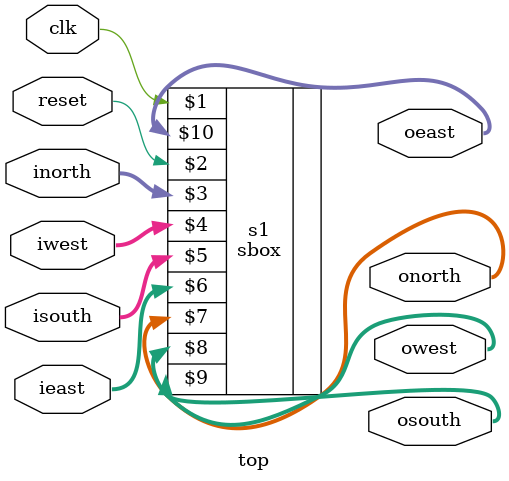
<source format=v>
`define W 32
module top (
  input wire clk,
  input wire reset,
  input wire [`W-1:0] inorth,
  input wire [`W-1:0] iwest,
  input wire [`W-1:0] isouth,
  input wire [`W-1:0] ieast,
  output wire [`W-1:0] onorth,
  output wire [`W-1:0] owest,
  output wire [`W-1:0] osouth,
  output wire [`W-1:0] oeast
);

  sbox #(`W) s1(clk, reset, inorth, iwest, isouth, ieast, onorth, owest, osouth, oeast);
endmodule

</source>
